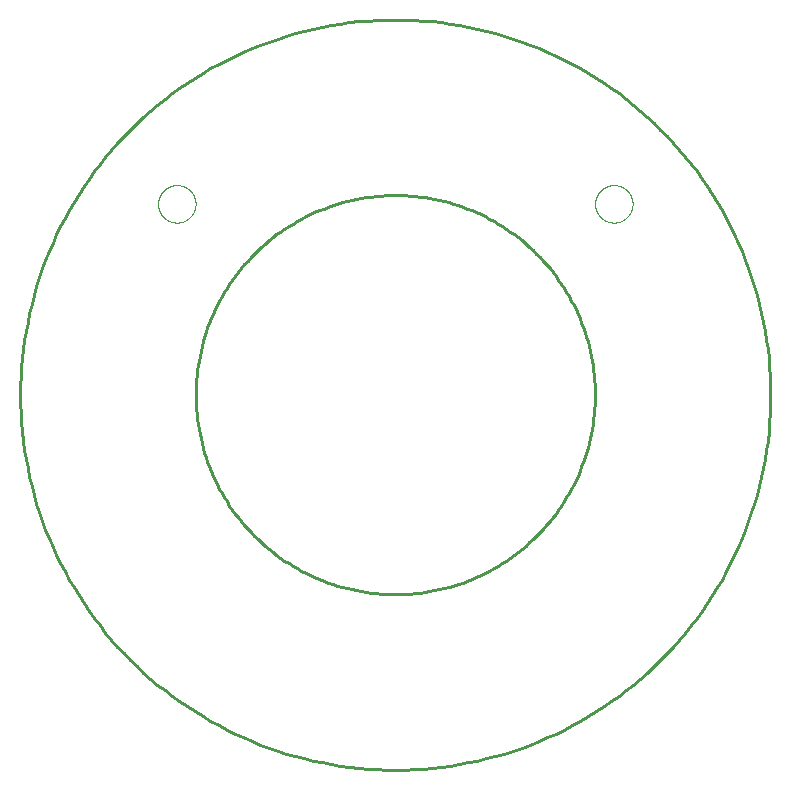
<source format=gbr>
G04 EAGLE Gerber RS-274X export*
G75*
%MOMM*%
%FSLAX34Y34*%
%LPD*%
%IN*%
%IPPOS*%
%AMOC8*
5,1,8,0,0,1.08239X$1,22.5*%
G01*
%ADD10C,0.000000*%
%ADD11C,0.254000*%


D10*
X154724Y528803D02*
X154729Y529193D01*
X154743Y529582D01*
X154767Y529971D01*
X154800Y530359D01*
X154843Y530746D01*
X154896Y531132D01*
X154958Y531517D01*
X155029Y531900D01*
X155110Y532281D01*
X155200Y532660D01*
X155299Y533037D01*
X155408Y533411D01*
X155525Y533783D01*
X155652Y534151D01*
X155788Y534516D01*
X155932Y534878D01*
X156086Y535236D01*
X156248Y535590D01*
X156419Y535941D01*
X156598Y536286D01*
X156786Y536628D01*
X156983Y536964D01*
X157187Y537296D01*
X157399Y537623D01*
X157620Y537944D01*
X157848Y538260D01*
X158084Y538570D01*
X158327Y538874D01*
X158578Y539172D01*
X158836Y539464D01*
X159102Y539749D01*
X159374Y540028D01*
X159653Y540300D01*
X159938Y540566D01*
X160230Y540824D01*
X160528Y541075D01*
X160832Y541318D01*
X161142Y541554D01*
X161458Y541782D01*
X161779Y542003D01*
X162106Y542215D01*
X162438Y542419D01*
X162774Y542616D01*
X163116Y542804D01*
X163461Y542983D01*
X163812Y543154D01*
X164166Y543316D01*
X164524Y543470D01*
X164886Y543614D01*
X165251Y543750D01*
X165619Y543877D01*
X165991Y543994D01*
X166365Y544103D01*
X166742Y544202D01*
X167121Y544292D01*
X167502Y544373D01*
X167885Y544444D01*
X168270Y544506D01*
X168656Y544559D01*
X169043Y544602D01*
X169431Y544635D01*
X169820Y544659D01*
X170209Y544673D01*
X170599Y544678D01*
X170989Y544673D01*
X171378Y544659D01*
X171767Y544635D01*
X172155Y544602D01*
X172542Y544559D01*
X172928Y544506D01*
X173313Y544444D01*
X173696Y544373D01*
X174077Y544292D01*
X174456Y544202D01*
X174833Y544103D01*
X175207Y543994D01*
X175579Y543877D01*
X175947Y543750D01*
X176312Y543614D01*
X176674Y543470D01*
X177032Y543316D01*
X177386Y543154D01*
X177737Y542983D01*
X178082Y542804D01*
X178424Y542616D01*
X178760Y542419D01*
X179092Y542215D01*
X179419Y542003D01*
X179740Y541782D01*
X180056Y541554D01*
X180366Y541318D01*
X180670Y541075D01*
X180968Y540824D01*
X181260Y540566D01*
X181545Y540300D01*
X181824Y540028D01*
X182096Y539749D01*
X182362Y539464D01*
X182620Y539172D01*
X182871Y538874D01*
X183114Y538570D01*
X183350Y538260D01*
X183578Y537944D01*
X183799Y537623D01*
X184011Y537296D01*
X184215Y536964D01*
X184412Y536628D01*
X184600Y536286D01*
X184779Y535941D01*
X184950Y535590D01*
X185112Y535236D01*
X185266Y534878D01*
X185410Y534516D01*
X185546Y534151D01*
X185673Y533783D01*
X185790Y533411D01*
X185899Y533037D01*
X185998Y532660D01*
X186088Y532281D01*
X186169Y531900D01*
X186240Y531517D01*
X186302Y531132D01*
X186355Y530746D01*
X186398Y530359D01*
X186431Y529971D01*
X186455Y529582D01*
X186469Y529193D01*
X186474Y528803D01*
X186469Y528413D01*
X186455Y528024D01*
X186431Y527635D01*
X186398Y527247D01*
X186355Y526860D01*
X186302Y526474D01*
X186240Y526089D01*
X186169Y525706D01*
X186088Y525325D01*
X185998Y524946D01*
X185899Y524569D01*
X185790Y524195D01*
X185673Y523823D01*
X185546Y523455D01*
X185410Y523090D01*
X185266Y522728D01*
X185112Y522370D01*
X184950Y522016D01*
X184779Y521665D01*
X184600Y521320D01*
X184412Y520978D01*
X184215Y520642D01*
X184011Y520310D01*
X183799Y519983D01*
X183578Y519662D01*
X183350Y519346D01*
X183114Y519036D01*
X182871Y518732D01*
X182620Y518434D01*
X182362Y518142D01*
X182096Y517857D01*
X181824Y517578D01*
X181545Y517306D01*
X181260Y517040D01*
X180968Y516782D01*
X180670Y516531D01*
X180366Y516288D01*
X180056Y516052D01*
X179740Y515824D01*
X179419Y515603D01*
X179092Y515391D01*
X178760Y515187D01*
X178424Y514990D01*
X178082Y514802D01*
X177737Y514623D01*
X177386Y514452D01*
X177032Y514290D01*
X176674Y514136D01*
X176312Y513992D01*
X175947Y513856D01*
X175579Y513729D01*
X175207Y513612D01*
X174833Y513503D01*
X174456Y513404D01*
X174077Y513314D01*
X173696Y513233D01*
X173313Y513162D01*
X172928Y513100D01*
X172542Y513047D01*
X172155Y513004D01*
X171767Y512971D01*
X171378Y512947D01*
X170989Y512933D01*
X170599Y512928D01*
X170209Y512933D01*
X169820Y512947D01*
X169431Y512971D01*
X169043Y513004D01*
X168656Y513047D01*
X168270Y513100D01*
X167885Y513162D01*
X167502Y513233D01*
X167121Y513314D01*
X166742Y513404D01*
X166365Y513503D01*
X165991Y513612D01*
X165619Y513729D01*
X165251Y513856D01*
X164886Y513992D01*
X164524Y514136D01*
X164166Y514290D01*
X163812Y514452D01*
X163461Y514623D01*
X163116Y514802D01*
X162774Y514990D01*
X162438Y515187D01*
X162106Y515391D01*
X161779Y515603D01*
X161458Y515824D01*
X161142Y516052D01*
X160832Y516288D01*
X160528Y516531D01*
X160230Y516782D01*
X159938Y517040D01*
X159653Y517306D01*
X159374Y517578D01*
X159102Y517857D01*
X158836Y518142D01*
X158578Y518434D01*
X158327Y518732D01*
X158084Y519036D01*
X157848Y519346D01*
X157620Y519662D01*
X157399Y519983D01*
X157187Y520310D01*
X156983Y520642D01*
X156786Y520978D01*
X156598Y521320D01*
X156419Y521665D01*
X156248Y522016D01*
X156086Y522370D01*
X155932Y522728D01*
X155788Y523090D01*
X155652Y523455D01*
X155525Y523823D01*
X155408Y524195D01*
X155299Y524569D01*
X155200Y524946D01*
X155110Y525325D01*
X155029Y525706D01*
X154958Y526089D01*
X154896Y526474D01*
X154843Y526860D01*
X154800Y527247D01*
X154767Y527635D01*
X154743Y528024D01*
X154729Y528413D01*
X154724Y528803D01*
X524726Y528803D02*
X524731Y529193D01*
X524745Y529582D01*
X524769Y529971D01*
X524802Y530359D01*
X524845Y530746D01*
X524898Y531132D01*
X524960Y531517D01*
X525031Y531900D01*
X525112Y532281D01*
X525202Y532660D01*
X525301Y533037D01*
X525410Y533411D01*
X525527Y533783D01*
X525654Y534151D01*
X525790Y534516D01*
X525934Y534878D01*
X526088Y535236D01*
X526250Y535590D01*
X526421Y535941D01*
X526600Y536286D01*
X526788Y536628D01*
X526985Y536964D01*
X527189Y537296D01*
X527401Y537623D01*
X527622Y537944D01*
X527850Y538260D01*
X528086Y538570D01*
X528329Y538874D01*
X528580Y539172D01*
X528838Y539464D01*
X529104Y539749D01*
X529376Y540028D01*
X529655Y540300D01*
X529940Y540566D01*
X530232Y540824D01*
X530530Y541075D01*
X530834Y541318D01*
X531144Y541554D01*
X531460Y541782D01*
X531781Y542003D01*
X532108Y542215D01*
X532440Y542419D01*
X532776Y542616D01*
X533118Y542804D01*
X533463Y542983D01*
X533814Y543154D01*
X534168Y543316D01*
X534526Y543470D01*
X534888Y543614D01*
X535253Y543750D01*
X535621Y543877D01*
X535993Y543994D01*
X536367Y544103D01*
X536744Y544202D01*
X537123Y544292D01*
X537504Y544373D01*
X537887Y544444D01*
X538272Y544506D01*
X538658Y544559D01*
X539045Y544602D01*
X539433Y544635D01*
X539822Y544659D01*
X540211Y544673D01*
X540601Y544678D01*
X540991Y544673D01*
X541380Y544659D01*
X541769Y544635D01*
X542157Y544602D01*
X542544Y544559D01*
X542930Y544506D01*
X543315Y544444D01*
X543698Y544373D01*
X544079Y544292D01*
X544458Y544202D01*
X544835Y544103D01*
X545209Y543994D01*
X545581Y543877D01*
X545949Y543750D01*
X546314Y543614D01*
X546676Y543470D01*
X547034Y543316D01*
X547388Y543154D01*
X547739Y542983D01*
X548084Y542804D01*
X548426Y542616D01*
X548762Y542419D01*
X549094Y542215D01*
X549421Y542003D01*
X549742Y541782D01*
X550058Y541554D01*
X550368Y541318D01*
X550672Y541075D01*
X550970Y540824D01*
X551262Y540566D01*
X551547Y540300D01*
X551826Y540028D01*
X552098Y539749D01*
X552364Y539464D01*
X552622Y539172D01*
X552873Y538874D01*
X553116Y538570D01*
X553352Y538260D01*
X553580Y537944D01*
X553801Y537623D01*
X554013Y537296D01*
X554217Y536964D01*
X554414Y536628D01*
X554602Y536286D01*
X554781Y535941D01*
X554952Y535590D01*
X555114Y535236D01*
X555268Y534878D01*
X555412Y534516D01*
X555548Y534151D01*
X555675Y533783D01*
X555792Y533411D01*
X555901Y533037D01*
X556000Y532660D01*
X556090Y532281D01*
X556171Y531900D01*
X556242Y531517D01*
X556304Y531132D01*
X556357Y530746D01*
X556400Y530359D01*
X556433Y529971D01*
X556457Y529582D01*
X556471Y529193D01*
X556476Y528803D01*
X556471Y528413D01*
X556457Y528024D01*
X556433Y527635D01*
X556400Y527247D01*
X556357Y526860D01*
X556304Y526474D01*
X556242Y526089D01*
X556171Y525706D01*
X556090Y525325D01*
X556000Y524946D01*
X555901Y524569D01*
X555792Y524195D01*
X555675Y523823D01*
X555548Y523455D01*
X555412Y523090D01*
X555268Y522728D01*
X555114Y522370D01*
X554952Y522016D01*
X554781Y521665D01*
X554602Y521320D01*
X554414Y520978D01*
X554217Y520642D01*
X554013Y520310D01*
X553801Y519983D01*
X553580Y519662D01*
X553352Y519346D01*
X553116Y519036D01*
X552873Y518732D01*
X552622Y518434D01*
X552364Y518142D01*
X552098Y517857D01*
X551826Y517578D01*
X551547Y517306D01*
X551262Y517040D01*
X550970Y516782D01*
X550672Y516531D01*
X550368Y516288D01*
X550058Y516052D01*
X549742Y515824D01*
X549421Y515603D01*
X549094Y515391D01*
X548762Y515187D01*
X548426Y514990D01*
X548084Y514802D01*
X547739Y514623D01*
X547388Y514452D01*
X547034Y514290D01*
X546676Y514136D01*
X546314Y513992D01*
X545949Y513856D01*
X545581Y513729D01*
X545209Y513612D01*
X544835Y513503D01*
X544458Y513404D01*
X544079Y513314D01*
X543698Y513233D01*
X543315Y513162D01*
X542930Y513100D01*
X542544Y513047D01*
X542157Y513004D01*
X541769Y512971D01*
X541380Y512947D01*
X540991Y512933D01*
X540601Y512928D01*
X540211Y512933D01*
X539822Y512947D01*
X539433Y512971D01*
X539045Y513004D01*
X538658Y513047D01*
X538272Y513100D01*
X537887Y513162D01*
X537504Y513233D01*
X537123Y513314D01*
X536744Y513404D01*
X536367Y513503D01*
X535993Y513612D01*
X535621Y513729D01*
X535253Y513856D01*
X534888Y513992D01*
X534526Y514136D01*
X534168Y514290D01*
X533814Y514452D01*
X533463Y514623D01*
X533118Y514802D01*
X532776Y514990D01*
X532440Y515187D01*
X532108Y515391D01*
X531781Y515603D01*
X531460Y515824D01*
X531144Y516052D01*
X530834Y516288D01*
X530530Y516531D01*
X530232Y516782D01*
X529940Y517040D01*
X529655Y517306D01*
X529376Y517578D01*
X529104Y517857D01*
X528838Y518142D01*
X528580Y518434D01*
X528329Y518732D01*
X528086Y519036D01*
X527850Y519346D01*
X527622Y519662D01*
X527401Y519983D01*
X527189Y520310D01*
X526985Y520642D01*
X526788Y520978D01*
X526600Y521320D01*
X526421Y521665D01*
X526250Y522016D01*
X526088Y522370D01*
X525934Y522728D01*
X525790Y523090D01*
X525654Y523455D01*
X525527Y523823D01*
X525410Y524195D01*
X525301Y524569D01*
X525202Y524946D01*
X525112Y525325D01*
X525031Y525706D01*
X524960Y526089D01*
X524898Y526474D01*
X524845Y526860D01*
X524802Y527247D01*
X524769Y527635D01*
X524745Y528024D01*
X524731Y528413D01*
X524726Y528803D01*
D11*
X186690Y367259D02*
X186741Y371404D01*
X186893Y375547D01*
X187148Y379685D01*
X187503Y383815D01*
X187960Y387935D01*
X188518Y392043D01*
X189177Y396136D01*
X189936Y400212D01*
X190794Y404267D01*
X191752Y408301D01*
X192809Y412309D01*
X193963Y416291D01*
X195215Y420243D01*
X196564Y424163D01*
X198008Y428049D01*
X199548Y431898D01*
X201181Y435708D01*
X202907Y439477D01*
X204725Y443203D01*
X206635Y446883D01*
X208634Y450514D01*
X210721Y454096D01*
X212896Y457625D01*
X215156Y461100D01*
X217502Y464519D01*
X219930Y467879D01*
X222440Y471178D01*
X225031Y474414D01*
X227700Y477586D01*
X230446Y480692D01*
X233267Y483729D01*
X236163Y486696D01*
X239130Y489592D01*
X242167Y492413D01*
X245273Y495159D01*
X248445Y497828D01*
X251681Y500419D01*
X254980Y502929D01*
X258340Y505357D01*
X261759Y507703D01*
X265234Y509963D01*
X268763Y512138D01*
X272345Y514225D01*
X275976Y516224D01*
X279656Y518134D01*
X283382Y519952D01*
X287151Y521678D01*
X290961Y523311D01*
X294810Y524851D01*
X298696Y526295D01*
X302616Y527644D01*
X306568Y528896D01*
X310550Y530050D01*
X314558Y531107D01*
X318592Y532065D01*
X322647Y532923D01*
X326723Y533682D01*
X330816Y534341D01*
X334924Y534899D01*
X339044Y535356D01*
X343174Y535711D01*
X347312Y535966D01*
X351455Y536118D01*
X355600Y536169D01*
X359745Y536118D01*
X363888Y535966D01*
X368026Y535711D01*
X372156Y535356D01*
X376276Y534899D01*
X380384Y534341D01*
X384477Y533682D01*
X388553Y532923D01*
X392608Y532065D01*
X396642Y531107D01*
X400650Y530050D01*
X404632Y528896D01*
X408584Y527644D01*
X412504Y526295D01*
X416390Y524851D01*
X420239Y523311D01*
X424049Y521678D01*
X427818Y519952D01*
X431544Y518134D01*
X435224Y516224D01*
X438855Y514225D01*
X442437Y512138D01*
X445966Y509963D01*
X449441Y507703D01*
X452860Y505357D01*
X456220Y502929D01*
X459519Y500419D01*
X462755Y497828D01*
X465927Y495159D01*
X469033Y492413D01*
X472070Y489592D01*
X475037Y486696D01*
X477933Y483729D01*
X480754Y480692D01*
X483500Y477586D01*
X486169Y474414D01*
X488760Y471178D01*
X491270Y467879D01*
X493698Y464519D01*
X496044Y461100D01*
X498304Y457625D01*
X500479Y454096D01*
X502566Y450514D01*
X504565Y446883D01*
X506475Y443203D01*
X508293Y439477D01*
X510019Y435708D01*
X511652Y431898D01*
X513192Y428049D01*
X514636Y424163D01*
X515985Y420243D01*
X517237Y416291D01*
X518391Y412309D01*
X519448Y408301D01*
X520406Y404267D01*
X521264Y400212D01*
X522023Y396136D01*
X522682Y392043D01*
X523240Y387935D01*
X523697Y383815D01*
X524052Y379685D01*
X524307Y375547D01*
X524459Y371404D01*
X524510Y367259D01*
X524459Y363114D01*
X524307Y358971D01*
X524052Y354833D01*
X523697Y350703D01*
X523240Y346583D01*
X522682Y342475D01*
X522023Y338382D01*
X521264Y334306D01*
X520406Y330251D01*
X519448Y326217D01*
X518391Y322209D01*
X517237Y318227D01*
X515985Y314275D01*
X514636Y310355D01*
X513192Y306469D01*
X511652Y302620D01*
X510019Y298810D01*
X508293Y295041D01*
X506475Y291315D01*
X504565Y287635D01*
X502566Y284004D01*
X500479Y280422D01*
X498304Y276893D01*
X496044Y273418D01*
X493698Y269999D01*
X491270Y266639D01*
X488760Y263340D01*
X486169Y260104D01*
X483500Y256932D01*
X480754Y253826D01*
X477933Y250789D01*
X475037Y247822D01*
X472070Y244926D01*
X469033Y242105D01*
X465927Y239359D01*
X462755Y236690D01*
X459519Y234099D01*
X456220Y231589D01*
X452860Y229161D01*
X449441Y226815D01*
X445966Y224555D01*
X442437Y222380D01*
X438855Y220293D01*
X435224Y218294D01*
X431544Y216384D01*
X427818Y214566D01*
X424049Y212840D01*
X420239Y211207D01*
X416390Y209667D01*
X412504Y208223D01*
X408584Y206874D01*
X404632Y205622D01*
X400650Y204468D01*
X396642Y203411D01*
X392608Y202453D01*
X388553Y201595D01*
X384477Y200836D01*
X380384Y200177D01*
X376276Y199619D01*
X372156Y199162D01*
X368026Y198807D01*
X363888Y198552D01*
X359745Y198400D01*
X355600Y198349D01*
X351455Y198400D01*
X347312Y198552D01*
X343174Y198807D01*
X339044Y199162D01*
X334924Y199619D01*
X330816Y200177D01*
X326723Y200836D01*
X322647Y201595D01*
X318592Y202453D01*
X314558Y203411D01*
X310550Y204468D01*
X306568Y205622D01*
X302616Y206874D01*
X298696Y208223D01*
X294810Y209667D01*
X290961Y211207D01*
X287151Y212840D01*
X283382Y214566D01*
X279656Y216384D01*
X275976Y218294D01*
X272345Y220293D01*
X268763Y222380D01*
X265234Y224555D01*
X261759Y226815D01*
X258340Y229161D01*
X254980Y231589D01*
X251681Y234099D01*
X248445Y236690D01*
X245273Y239359D01*
X242167Y242105D01*
X239130Y244926D01*
X236163Y247822D01*
X233267Y250789D01*
X230446Y253826D01*
X227700Y256932D01*
X225031Y260104D01*
X222440Y263340D01*
X219930Y266639D01*
X217502Y269999D01*
X215156Y273418D01*
X212896Y276893D01*
X210721Y280422D01*
X208634Y284004D01*
X206635Y287635D01*
X204725Y291315D01*
X202907Y295041D01*
X201181Y298810D01*
X199548Y302620D01*
X198008Y306469D01*
X196564Y310355D01*
X195215Y314275D01*
X193963Y318227D01*
X192809Y322209D01*
X191752Y326217D01*
X190794Y330251D01*
X189936Y334306D01*
X189177Y338382D01*
X188518Y342475D01*
X187960Y346583D01*
X187503Y350703D01*
X187148Y354833D01*
X186893Y358971D01*
X186741Y363114D01*
X186690Y367259D01*
X38100Y367259D02*
X38196Y375051D01*
X38482Y382838D01*
X38960Y390616D01*
X39629Y398379D01*
X40488Y406124D01*
X41536Y413846D01*
X42774Y421539D01*
X44201Y429200D01*
X45815Y436824D01*
X47615Y444405D01*
X49601Y451940D01*
X51771Y459424D01*
X54125Y466853D01*
X56660Y474222D01*
X59375Y481526D01*
X62268Y488761D01*
X65338Y495923D01*
X68583Y503008D01*
X72001Y510011D01*
X75590Y516927D01*
X79347Y523754D01*
X83271Y530487D01*
X87359Y537121D01*
X91608Y543653D01*
X96017Y550078D01*
X100582Y556394D01*
X105300Y562595D01*
X110169Y568679D01*
X115186Y574641D01*
X120348Y580479D01*
X125652Y586188D01*
X131094Y591765D01*
X136671Y597207D01*
X142380Y602511D01*
X148218Y607673D01*
X154180Y612690D01*
X160264Y617559D01*
X166465Y622277D01*
X172781Y626842D01*
X179206Y631251D01*
X185738Y635500D01*
X192372Y639588D01*
X199105Y643512D01*
X205932Y647269D01*
X212848Y650858D01*
X219851Y654276D01*
X226936Y657521D01*
X234098Y660591D01*
X241333Y663484D01*
X248637Y666199D01*
X256006Y668734D01*
X263435Y671088D01*
X270919Y673258D01*
X278454Y675244D01*
X286035Y677044D01*
X293659Y678658D01*
X301320Y680085D01*
X309013Y681323D01*
X316735Y682371D01*
X324480Y683230D01*
X332243Y683899D01*
X340021Y684377D01*
X347808Y684663D01*
X355600Y684759D01*
X363392Y684663D01*
X371179Y684377D01*
X378957Y683899D01*
X386720Y683230D01*
X394465Y682371D01*
X402187Y681323D01*
X409880Y680085D01*
X417541Y678658D01*
X425165Y677044D01*
X432746Y675244D01*
X440281Y673258D01*
X447765Y671088D01*
X455194Y668734D01*
X462563Y666199D01*
X469867Y663484D01*
X477102Y660591D01*
X484264Y657521D01*
X491349Y654276D01*
X498352Y650858D01*
X505268Y647269D01*
X512095Y643512D01*
X518828Y639588D01*
X525462Y635500D01*
X531994Y631251D01*
X538419Y626842D01*
X544735Y622277D01*
X550936Y617559D01*
X557020Y612690D01*
X562982Y607673D01*
X568820Y602511D01*
X574529Y597207D01*
X580106Y591765D01*
X585548Y586188D01*
X590852Y580479D01*
X596014Y574641D01*
X601031Y568679D01*
X605900Y562595D01*
X610618Y556394D01*
X615183Y550078D01*
X619592Y543653D01*
X623841Y537121D01*
X627929Y530487D01*
X631853Y523754D01*
X635610Y516927D01*
X639199Y510011D01*
X642617Y503008D01*
X645862Y495923D01*
X648932Y488761D01*
X651825Y481526D01*
X654540Y474222D01*
X657075Y466853D01*
X659429Y459424D01*
X661599Y451940D01*
X663585Y444405D01*
X665385Y436824D01*
X666999Y429200D01*
X668426Y421539D01*
X669664Y413846D01*
X670712Y406124D01*
X671571Y398379D01*
X672240Y390616D01*
X672718Y382838D01*
X673004Y375051D01*
X673100Y367259D01*
X673004Y359467D01*
X672718Y351680D01*
X672240Y343902D01*
X671571Y336139D01*
X670712Y328394D01*
X669664Y320672D01*
X668426Y312979D01*
X666999Y305318D01*
X665385Y297694D01*
X663585Y290113D01*
X661599Y282578D01*
X659429Y275094D01*
X657075Y267665D01*
X654540Y260296D01*
X651825Y252992D01*
X648932Y245757D01*
X645862Y238595D01*
X642617Y231510D01*
X639199Y224507D01*
X635610Y217591D01*
X631853Y210764D01*
X627929Y204031D01*
X623841Y197397D01*
X619592Y190865D01*
X615183Y184440D01*
X610618Y178124D01*
X605900Y171923D01*
X601031Y165839D01*
X596014Y159877D01*
X590852Y154039D01*
X585548Y148330D01*
X580106Y142753D01*
X574529Y137311D01*
X568820Y132007D01*
X562982Y126845D01*
X557020Y121828D01*
X550936Y116959D01*
X544735Y112241D01*
X538419Y107676D01*
X531994Y103267D01*
X525462Y99018D01*
X518828Y94930D01*
X512095Y91006D01*
X505268Y87249D01*
X498352Y83660D01*
X491349Y80242D01*
X484264Y76997D01*
X477102Y73927D01*
X469867Y71034D01*
X462563Y68319D01*
X455194Y65784D01*
X447765Y63430D01*
X440281Y61260D01*
X432746Y59274D01*
X425165Y57474D01*
X417541Y55860D01*
X409880Y54433D01*
X402187Y53195D01*
X394465Y52147D01*
X386720Y51288D01*
X378957Y50619D01*
X371179Y50141D01*
X363392Y49855D01*
X355600Y49759D01*
X347808Y49855D01*
X340021Y50141D01*
X332243Y50619D01*
X324480Y51288D01*
X316735Y52147D01*
X309013Y53195D01*
X301320Y54433D01*
X293659Y55860D01*
X286035Y57474D01*
X278454Y59274D01*
X270919Y61260D01*
X263435Y63430D01*
X256006Y65784D01*
X248637Y68319D01*
X241333Y71034D01*
X234098Y73927D01*
X226936Y76997D01*
X219851Y80242D01*
X212848Y83660D01*
X205932Y87249D01*
X199105Y91006D01*
X192372Y94930D01*
X185738Y99018D01*
X179206Y103267D01*
X172781Y107676D01*
X166465Y112241D01*
X160264Y116959D01*
X154180Y121828D01*
X148218Y126845D01*
X142380Y132007D01*
X136671Y137311D01*
X131094Y142753D01*
X125652Y148330D01*
X120348Y154039D01*
X115186Y159877D01*
X110169Y165839D01*
X105300Y171923D01*
X100582Y178124D01*
X96017Y184440D01*
X91608Y190865D01*
X87359Y197397D01*
X83271Y204031D01*
X79347Y210764D01*
X75590Y217591D01*
X72001Y224507D01*
X68583Y231510D01*
X65338Y238595D01*
X62268Y245757D01*
X59375Y252992D01*
X56660Y260296D01*
X54125Y267665D01*
X51771Y275094D01*
X49601Y282578D01*
X47615Y290113D01*
X45815Y297694D01*
X44201Y305318D01*
X42774Y312979D01*
X41536Y320672D01*
X40488Y328394D01*
X39629Y336139D01*
X38960Y343902D01*
X38482Y351680D01*
X38196Y359467D01*
X38100Y367259D01*
M02*

</source>
